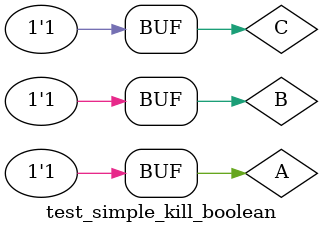
<source format=v>
`timescale 1ns / 1ps


module test_simple_kill_boolean(

    );
    //Simul input
    reg A; 
    reg B; 
    reg C; 
    
    //Simul output
    wire LED1; 
    wire LED2; 
    wire LED3; 
    
    //calling module (instantiation)
    simple_kill_boolean kill(A, B, C, LED1, LED2, LED3);
    
    //simul 
    initial begin
        A = 0; B = 0; C = 0; #10;
        A = 0; B = 0; C = 1; #10;
        A = 0; B = 1; C = 0; #10;
        A = 1; B = 0; C = 0; #10;
        A = 1; B = 1; C = 0; #10;
        A = 0; B = 1; C = 1; #10;
        A = 1; B = 0; C = 1; #10;
        A = 1; B = 1; C = 1; #10;
    end
endmodule

</source>
